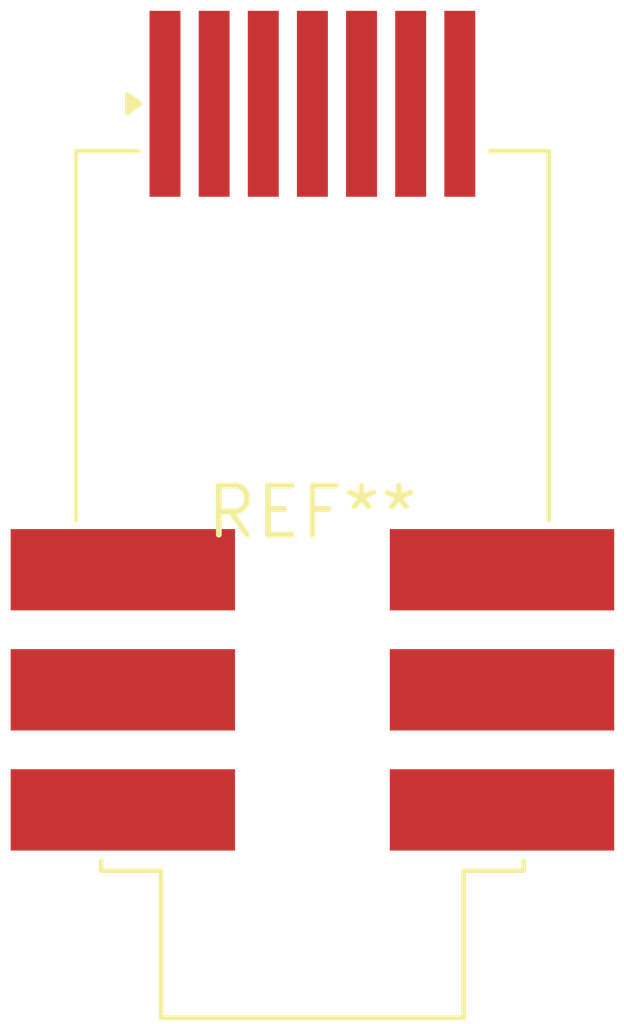
<source format=kicad_pcb>
(kicad_pcb (version 20240108) (generator pcbnew)
  (layers (0 "F.Cu" signal) (31 "B.Cu" signal) (34 "B.Paste" user) (35 "F.Paste" user) (36 "B.SilkS" user "B.Silkscreen") (37 "F.SilkS" user "F.Silkscreen") (38 "B.Mask" user) (39 "F.Mask" user) (44 "Edge.Cuts" user))
  (net 0 "")
  (footprint "LEM_HO8-NSM" (layer "F.Cu") (at 0 0)
    (property "Reference" "REF**")
    (property "Value" "LEM_HO8-NSM")
    (fp_line (start -6.11 -9.325) (end -6.11 0.2) (layer "F.SilkS") (stroke (width 0.12)))
    (fp_line (start -6.11 -9.325) (end -4.5 -9.325) (layer "F.SilkS") (stroke (width 0.12)))
    (fp_line (start -5.46 9) (end -5.46 9.255) (layer "F.SilkS") (stroke (width 0.12)))
    (fp_line (start -5.46 9.255) (end -3.91 9.255) (layer "F.SilkS") (stroke (width 0.12)))
    (fp_line (start -3.91 9.255) (end -3.91 13.055) (layer "F.SilkS") (stroke (width 0.12)))
    (fp_line (start -3.91 13.055) (end 3.91 13.055) (layer "F.SilkS") (stroke (width 0.12)))
    (fp_line (start 3.91 9.255) (end 5.46 9.255) (layer "F.SilkS") (stroke (width 0.12)))
    (fp_line (start 3.91 13.055) (end 3.91 9.255) (layer "F.SilkS") (stroke (width 0.12)))
    (fp_line (start 5.46 9) (end 5.46 9.255) (layer "F.SilkS") (stroke (width 0.12)))
    (fp_line (start 6.11 -9.325) (end 4.59 -9.325) (layer "F.SilkS") (stroke (width 0.12)))
    (fp_line (start 6.11 0.2) (end 6.11 -9.325) (layer "F.SilkS") (stroke (width 0.12)))
    (fp_poly (pts (xy -4.45 -10.55) (xy -4.78 -10.31) (xy -4.78 -10.79) (xy -4.45 -10.55)) (layer "F.SilkS") (stroke (width 0.12)) (fill solid))
    (pad "1" smd rect (at -3.81 -10.545) (size 0.8 4.8) (layers "F.Cu" "F.Paste" "F.Mask"))
    (pad "2" smd rect (at -2.54 -10.545) (size 0.8 4.8) (layers "F.Cu" "F.Paste" "F.Mask"))
    (pad "3" smd rect (at -1.27 -10.545) (size 0.8 4.8) (layers "F.Cu" "F.Paste" "F.Mask"))
    (pad "4" smd rect (at 0 -10.545) (size 0.8 4.8) (layers "F.Cu" "F.Paste" "F.Mask"))
    (pad "5" smd rect (at 1.27 -10.545) (size 0.8 4.8) (layers "F.Cu" "F.Paste" "F.Mask"))
    (pad "6" smd rect (at 2.54 -10.545) (size 0.8 4.8) (layers "F.Cu" "F.Paste" "F.Mask"))
    (pad "7" smd rect (at 3.81 -10.545) (size 0.8 4.8) (layers "F.Cu" "F.Paste" "F.Mask"))
    (pad "8" smd rect (at 4.9 1.485) (size 5.8 2.1) (layers "F.Cu" "F.Paste" "F.Mask"))
    (pad "9" smd rect (at 4.9 4.585) (size 5.8 2.1) (layers "F.Cu" "F.Paste" "F.Mask"))
    (pad "10" smd rect (at 4.9 7.685) (size 5.8 2.1) (layers "F.Cu" "F.Paste" "F.Mask"))
    (pad "11" smd rect (at -4.9 7.685) (size 5.8 2.1) (layers "F.Cu" "F.Paste" "F.Mask"))
    (pad "12" smd rect (at -4.9 4.585) (size 5.8 2.1) (layers "F.Cu" "F.Paste" "F.Mask"))
    (pad "13" smd rect (at -4.9 1.485) (size 5.8 2.1) (layers "F.Cu" "F.Paste" "F.Mask"))
  )
)
</source>
